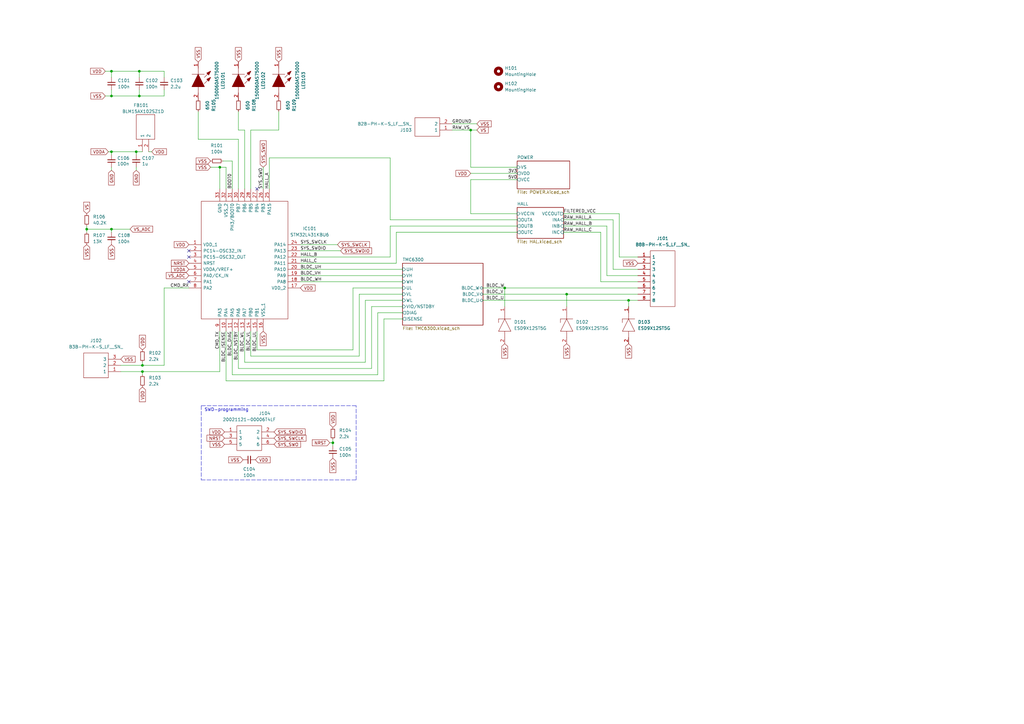
<source format=kicad_sch>
(kicad_sch (version 20211123) (generator eeschema)
  (paper "A3")
  (lib_symbols
    (symbol "Device:C_Small" (pin_numbers hide) (pin_names (offset 0.254) hide)
      (property "Reference" "C" (at 0.254 1.778 0))
      (property "Value" "C_Small" (at 0.254 -2.032 0))
      (symbol "C_Small_0_1"
        (polyline (pts (xy -1.524 -0.508) (xy 1.524 -0.508)) (stroke (width 0.3302)))
        (polyline (pts (xy -1.524 0.508) (xy 1.524 0.508)) (stroke (width 0.3048)))
      )
      (symbol "C_Small_1_1"
        (pin passive line (at 0 2.54 270) (length 2.032) (name "~") (number "1"))
        (pin passive line (at 0 -2.54 90) (length 2.032) (name "~") (number "2"))
      )
    )
    (symbol "Device:R_Small" (pin_numbers hide) (pin_names (offset 0.254) hide)
      (property "Reference" "R" (at 0.762 0.508 0))
      (property "Value" "R_Small" (at 0.762 -1.016 0))
      (symbol "R_Small_0_1"
        (rectangle (start -0.762 1.778) (end 0.762 -1.778) (stroke (width 0.2032)))
      )
      (symbol "R_Small_1_1"
        (pin passive line (at 0 2.54 270) (length 0.762) (name "~") (number "1"))
        (pin passive line (at 0 -2.54 90) (length 0.762) (name "~") (number "2"))
      )
    )
    (symbol "Mechanical:MountingHole" (pin_names (offset 1.016))
      (property "Reference" "H" (at 0 5.08 0))
      (property "Value" "MountingHole" (at 0 3.175 0))
      (symbol "MountingHole_0_1"
        (circle (center 0 0) (radius 1.27) (stroke (width 1.27)))
      )
    )
    (symbol "SamacSys_Parts:150060AS75000" (pin_names (offset 0.762))
      (property "Reference" "LED" (at 12.7 8.89 0))
      (property "Value" "150060AS75000" (at 12.7 6.35 0))
      (symbol "150060AS75000_0_0"
        (pin passive line (at 0 0 0) (length 2.54) (name "~") (number "1"))
        (pin passive line (at 15.24 0 180) (length 2.54) (name "~") (number "2"))
      )
      (symbol "150060AS75000_0_1"
        (polyline (pts (xy 2.54 0) (xy 5.08 0)) (stroke (width 0.1524)))
        (polyline (pts (xy 5.08 2.54) (xy 5.08 -2.54)) (stroke (width 0.1524)))
        (polyline (pts (xy 6.35 2.54) (xy 3.81 5.08)) (stroke (width 0.1524)))
        (polyline (pts (xy 8.89 2.54) (xy 6.35 5.08)) (stroke (width 0.1524)))
        (polyline (pts (xy 10.16 0) (xy 12.7 0)) (stroke (width 0.1524)))
        (polyline (pts (xy 5.08 0) (xy 10.16 2.54) (xy 10.16 -2.54) (xy 5.08 0)) (stroke (width 0.254)) (fill (type outline)))
        (polyline (pts (xy 5.334 4.318) (xy 4.572 3.556) (xy 3.81 5.08) (xy 5.334 4.318)) (stroke (width 0.254)) (fill (type outline)))
        (polyline (pts (xy 7.874 4.318) (xy 7.112 3.556) (xy 6.35 5.08) (xy 7.874 4.318)) (stroke (width 0.254)) (fill (type outline)))
      )
    )
    (symbol "SamacSys_Parts:20021121-00006T4LF" (pin_names (offset 0.762))
      (property "Reference" "J" (at 16.51 7.62 0))
      (property "Value" "20021121-00006T4LF" (at 16.51 5.08 0))
      (symbol "20021121-00006T4LF_0_0"
        (pin passive line (at 0 0 0) (length 5.08) (name "1") (number "1"))
        (pin passive line (at 20.32 0 180) (length 5.08) (name "2") (number "2"))
        (pin passive line (at 0 -2.54 0) (length 5.08) (name "3") (number "3"))
        (pin passive line (at 20.32 -2.54 180) (length 5.08) (name "4") (number "4"))
        (pin passive line (at 0 -5.08 0) (length 5.08) (name "5") (number "5"))
        (pin passive line (at 20.32 -5.08 180) (length 5.08) (name "6") (number "6"))
      )
      (symbol "20021121-00006T4LF_0_1"
        (polyline (pts (xy 5.08 2.54) (xy 15.24 2.54) (xy 15.24 -7.62) (xy 5.08 -7.62) (xy 5.08 2.54)) (stroke (width 0.1524)))
      )
    )
    (symbol "SamacSys_Parts:B2B-PH-K-S_LF__SN_" (pin_names (offset 0.762))
      (property "Reference" "J" (at 16.51 7.62 0))
      (property "Value" "B2B-PH-K-S_LF__SN_" (at 16.51 5.08 0))
      (symbol "B2B-PH-K-S_LF__SN__0_0"
        (pin passive line (at 0 0 0) (length 5.08) (name "1") (number "1"))
        (pin passive line (at 0 -2.54 0) (length 5.08) (name "2") (number "2"))
      )
      (symbol "B2B-PH-K-S_LF__SN__0_1"
        (polyline (pts (xy 5.08 2.54) (xy 15.24 2.54) (xy 15.24 -5.08) (xy 5.08 -5.08) (xy 5.08 2.54)) (stroke (width 0.1524)))
      )
    )
    (symbol "SamacSys_Parts:B3B-PH-K-S_LF__SN_" (pin_names (offset 0.762))
      (property "Reference" "J" (at 16.51 7.62 0))
      (property "Value" "B3B-PH-K-S_LF__SN_" (at 16.51 5.08 0))
      (symbol "B3B-PH-K-S_LF__SN__0_0"
        (pin passive line (at 0 0 0) (length 5.08) (name "1") (number "1"))
        (pin passive line (at 0 -2.54 0) (length 5.08) (name "2") (number "2"))
        (pin passive line (at 0 -5.08 0) (length 5.08) (name "3") (number "3"))
      )
      (symbol "B3B-PH-K-S_LF__SN__0_1"
        (polyline (pts (xy 5.08 2.54) (xy 15.24 2.54) (xy 15.24 -7.62) (xy 5.08 -7.62) (xy 5.08 2.54)) (stroke (width 0.1524)))
      )
    )
    (symbol "SamacSys_Parts:B8B-PH-K-S_LF__SN_" (pin_names (offset 0.762))
      (property "Reference" "J" (at 16.51 7.62 0))
      (property "Value" "B8B-PH-K-S_LF__SN_" (at 16.51 5.08 0))
      (symbol "B8B-PH-K-S_LF__SN__0_0"
        (pin passive line (at 0 -17.78 0) (length 5.08) (name "1") (number "1"))
        (pin passive line (at 0 -15.24 0) (length 5.08) (name "2") (number "2"))
        (pin passive line (at 0 -12.7 0) (length 5.08) (name "3") (number "3"))
        (pin passive line (at 0 -10.16 0) (length 5.08) (name "4") (number "4"))
        (pin passive line (at 0 -7.62 0) (length 5.08) (name "5") (number "5"))
        (pin passive line (at 0 -5.08 0) (length 5.08) (name "6") (number "6"))
        (pin passive line (at 0 -2.54 0) (length 5.08) (name "7") (number "7"))
        (pin passive line (at 0 0 0) (length 5.08) (name "8") (number "8"))
      )
      (symbol "B8B-PH-K-S_LF__SN__0_1"
        (polyline (pts (xy 5.08 2.54) (xy 15.24 2.54) (xy 15.24 -20.32) (xy 5.08 -20.32) (xy 5.08 2.54)) (stroke (width 0.1524)))
      )
    )
    (symbol "SamacSys_Parts:BLM15AX102SZ1D" (pin_names (offset 0.762))
      (property "Reference" "FB" (at 16.51 7.62 0))
      (property "Value" "BLM15AX102SZ1D" (at 16.51 5.08 0))
      (symbol "BLM15AX102SZ1D_0_0"
        (pin passive line (at 0 0 0) (length 5.08) (name "1") (number "1"))
        (pin passive line (at 0 -2.54 0) (length 5.08) (name "2") (number "2"))
      )
      (symbol "BLM15AX102SZ1D_0_1"
        (polyline (pts (xy 5.08 2.54) (xy 15.24 2.54) (xy 15.24 -5.08) (xy 5.08 -5.08) (xy 5.08 2.54)) (stroke (width 0.1524)))
      )
    )
    (symbol "SamacSys_Parts:ESD9X12ST5G" (pin_names (offset 0.762))
      (property "Reference" "D" (at 10.16 8.89 0))
      (property "Value" "ESD9X12ST5G" (at 10.16 6.35 0))
      (symbol "ESD9X12ST5G_0_0"
        (pin passive line (at 0 0 0) (length 2.54) (name "~") (number "1"))
        (pin passive line (at 15.24 0 180) (length 2.54) (name "~") (number "2"))
      )
      (symbol "ESD9X12ST5G_0_1"
        (polyline (pts (xy 2.54 0) (xy 5.08 0)) (stroke (width 0.1524)))
        (polyline (pts (xy 5.08 -2.54) (xy 6.604 -2.54)) (stroke (width 0.1524)))
        (polyline (pts (xy 5.08 2.54) (xy 5.08 -2.54)) (stroke (width 0.1524)))
        (polyline (pts (xy 12.7 0) (xy 10.16 0)) (stroke (width 0.1524)))
        (polyline (pts (xy 5.08 0) (xy 10.16 2.54) (xy 10.16 -2.54) (xy 5.08 0)) (stroke (width 0.1524)))
      )
    )
    (symbol "SamacSys_Parts:STM32L431KBU6" (pin_names (offset 0.762))
      (property "Reference" "IC" (at 41.91 22.86 0))
      (property "Value" "STM32L431KBU6" (at 41.91 20.32 0))
      (symbol "STM32L431KBU6_0_0"
        (pin passive line (at 0 0 0) (length 5.08) (name "VDD_1") (number "1"))
        (pin passive line (at 15.24 -35.56 90) (length 5.08) (name "PA4") (number "10"))
        (pin passive line (at 17.78 -35.56 90) (length 5.08) (name "PA5") (number "11"))
        (pin passive line (at 20.32 -35.56 90) (length 5.08) (name "PA6") (number "12"))
        (pin passive line (at 22.86 -35.56 90) (length 5.08) (name "PA7") (number "13"))
        (pin passive line (at 25.4 -35.56 90) (length 5.08) (name "PB0") (number "14"))
        (pin passive line (at 27.94 -35.56 90) (length 5.08) (name "PB1") (number "15"))
        (pin passive line (at 30.48 -35.56 90) (length 5.08) (name "VSS_1") (number "16"))
        (pin passive line (at 45.72 -17.78 180) (length 5.08) (name "VDD_2") (number "17"))
        (pin passive line (at 45.72 -15.24 180) (length 5.08) (name "PA8") (number "18"))
        (pin passive line (at 45.72 -12.7 180) (length 5.08) (name "PA9") (number "19"))
        (pin passive line (at 0 -2.54 0) (length 5.08) (name "PC14-OSC32_IN") (number "2"))
        (pin passive line (at 45.72 -10.16 180) (length 5.08) (name "PA10") (number "20"))
        (pin passive line (at 45.72 -7.62 180) (length 5.08) (name "PA11") (number "21"))
        (pin passive line (at 45.72 -5.08 180) (length 5.08) (name "PA12") (number "22"))
        (pin passive line (at 45.72 -2.54 180) (length 5.08) (name "PA13") (number "23"))
        (pin passive line (at 45.72 0 180) (length 5.08) (name "PA14") (number "24"))
        (pin passive line (at 33.02 22.86 270) (length 5.08) (name "PA15") (number "25"))
        (pin passive line (at 30.48 22.86 270) (length 5.08) (name "PB3") (number "26"))
        (pin passive line (at 27.94 22.86 270) (length 5.08) (name "PB4") (number "27"))
        (pin passive line (at 25.4 22.86 270) (length 5.08) (name "PB5") (number "28"))
        (pin passive line (at 22.86 22.86 270) (length 5.08) (name "PB6") (number "29"))
        (pin passive line (at 0 -5.08 0) (length 5.08) (name "PC15-OSC32_OUT") (number "3"))
        (pin passive line (at 20.32 22.86 270) (length 5.08) (name "PB7") (number "30"))
        (pin passive line (at 17.78 22.86 270) (length 5.08) (name "PH3/BOOT0") (number "31"))
        (pin passive line (at 15.24 22.86 270) (length 5.08) (name "VSS_2") (number "32"))
        (pin passive line (at 12.7 22.86 270) (length 5.08) (name "GND") (number "33"))
        (pin passive line (at 0 -7.62 0) (length 5.08) (name "NRST") (number "4"))
        (pin passive line (at 0 -10.16 0) (length 5.08) (name "VDDA/VREF+") (number "5"))
        (pin passive line (at 0 -12.7 0) (length 5.08) (name "PA0/CK_IN") (number "6"))
        (pin passive line (at 0 -15.24 0) (length 5.08) (name "PA1") (number "7"))
        (pin passive line (at 0 -17.78 0) (length 5.08) (name "PA2") (number "8"))
        (pin passive line (at 12.7 -35.56 90) (length 5.08) (name "PA3") (number "9"))
      )
      (symbol "STM32L431KBU6_0_1"
        (polyline (pts (xy 5.08 17.78) (xy 40.64 17.78) (xy 40.64 -30.48) (xy 5.08 -30.48) (xy 5.08 17.78)) (stroke (width 0.1524)))
      )
    )
  )
  (junction (at 35.56 93.98))
  (junction (at 55.88 62.23))
  (junction (at 136.525 181.61))
  (junction (at 58.42 152.4))
  (junction (at 45.72 29.21))
  (junction (at 207.01 118.11))
  (junction (at 193.04 53.34))
  (junction (at 45.72 93.98))
  (junction (at 57.15 39.37))
  (junction (at 57.15 29.21))
  (junction (at 232.41 120.65))
  (junction (at 45.72 62.23))
  (junction (at 257.81 123.19))
  (junction (at 90.17 68.58))
  (junction (at 45.72 39.37))
  (junction (at 58.42 149.86))
  (no_connect (at 77.47 102.87))
  (no_connect (at 105.41 77.47))
  (no_connect (at 77.47 105.41))
  (no_connect (at 77.47 115.57))
  (wire (pts (xy 157.48 156.21) (xy 92.71 156.21)))
  (wire (pts (xy 97.79 57.15) (xy 81.28 57.15)))
  (wire (pts (xy 165.1 128.27) (xy 154.94 128.27)))
  (wire (pts (xy 261.62 110.49) (xy 251.46 110.49)))
  (wire (pts (xy 212.09 90.17) (xy 160.02 90.17)))
  (wire (pts (xy 55.88 69.85) (xy 55.88 68.58)))
  (wire (pts (xy 97.79 77.47) (xy 97.79 57.15)))
  (wire (pts (xy 139.7 102.87) (xy 123.19 102.87)))
  (wire (pts (xy 232.41 120.65) (xy 232.41 125.73)))
  (wire (pts (xy 91.44 66.04) (xy 95.25 66.04)))
  (wire (pts (xy 136.525 180.34) (xy 136.525 181.61)))
  (wire (pts (xy 60.96 62.23) (xy 62.23 62.23)))
  (wire (pts (xy 90.17 68.58) (xy 86.36 68.58)))
  (wire (pts (xy 154.94 153.67) (xy 95.25 153.67)))
  (wire (pts (xy 45.72 29.21) (xy 57.15 29.21)))
  (wire (pts (xy 43.18 39.37) (xy 45.72 39.37)))
  (wire (pts (xy 123.19 113.03) (xy 165.1 113.03)))
  (wire (pts (xy 67.31 29.21) (xy 57.15 29.21)))
  (wire (pts (xy 261.62 118.11) (xy 207.01 118.11)))
  (wire (pts (xy 246.38 115.57) (xy 246.38 95.25)))
  (wire (pts (xy 45.72 69.85) (xy 45.72 68.58)))
  (wire (pts (xy 246.38 95.25) (xy 231.14 95.25)))
  (wire (pts (xy 44.45 62.23) (xy 45.72 62.23)))
  (polyline (pts (xy 146.05 166.37) (xy 82.55 166.37)))
  (wire (pts (xy 160.02 64.77) (xy 110.49 64.77)))
  (wire (pts (xy 147.32 120.65) (xy 147.32 146.05)))
  (wire (pts (xy 152.4 125.73) (xy 152.4 151.13)))
  (wire (pts (xy 149.86 148.59) (xy 100.33 148.59)))
  (wire (pts (xy 90.17 152.4) (xy 58.42 152.4)))
  (wire (pts (xy 193.04 68.58) (xy 212.09 68.58)))
  (wire (pts (xy 123.19 105.41) (xy 160.02 105.41)))
  (wire (pts (xy 160.02 90.17) (xy 160.02 64.77)))
  (wire (pts (xy 58.42 152.4) (xy 49.53 152.4)))
  (wire (pts (xy 105.41 135.89) (xy 105.41 143.51)))
  (wire (pts (xy 136.525 181.61) (xy 136.525 182.88)))
  (wire (pts (xy 144.78 143.51) (xy 144.78 118.11)))
  (wire (pts (xy 55.88 62.23) (xy 58.42 62.23)))
  (wire (pts (xy 261.62 115.57) (xy 246.38 115.57)))
  (wire (pts (xy 102.87 53.34) (xy 114.3 53.34)))
  (wire (pts (xy 165.1 125.73) (xy 152.4 125.73)))
  (wire (pts (xy 55.88 63.5) (xy 55.88 62.23)))
  (wire (pts (xy 100.33 53.34) (xy 97.79 53.34)))
  (wire (pts (xy 123.19 115.57) (xy 165.1 115.57)))
  (wire (pts (xy 152.4 151.13) (xy 97.79 151.13)))
  (wire (pts (xy 67.31 149.86) (xy 58.42 149.86)))
  (wire (pts (xy 105.41 143.51) (xy 144.78 143.51)))
  (wire (pts (xy 92.71 68.58) (xy 90.17 68.58)))
  (wire (pts (xy 162.56 107.95) (xy 162.56 95.25)))
  (wire (pts (xy 157.48 130.81) (xy 157.48 156.21)))
  (wire (pts (xy 207.01 118.11) (xy 207.01 125.73)))
  (polyline (pts (xy 82.55 196.85) (xy 146.05 196.85)))
  (wire (pts (xy 198.12 118.11) (xy 207.01 118.11)))
  (wire (pts (xy 195.58 50.8) (xy 185.42 50.8)))
  (wire (pts (xy 261.62 105.41) (xy 254 105.41)))
  (wire (pts (xy 97.79 151.13) (xy 97.79 135.89)))
  (wire (pts (xy 45.72 93.98) (xy 45.72 95.25)))
  (wire (pts (xy 81.28 45.72) (xy 81.28 57.15)))
  (wire (pts (xy 261.62 123.19) (xy 257.81 123.19)))
  (wire (pts (xy 261.62 113.03) (xy 248.92 113.03)))
  (wire (pts (xy 45.72 63.5) (xy 45.72 62.23)))
  (wire (pts (xy 165.1 130.81) (xy 157.48 130.81)))
  (wire (pts (xy 95.25 66.04) (xy 95.25 77.47)))
  (wire (pts (xy 144.78 118.11) (xy 165.1 118.11)))
  (wire (pts (xy 193.04 73.66) (xy 193.04 87.63)))
  (wire (pts (xy 149.86 123.19) (xy 149.86 148.59)))
  (wire (pts (xy 162.56 95.25) (xy 212.09 95.25)))
  (wire (pts (xy 154.94 128.27) (xy 154.94 153.67)))
  (wire (pts (xy 35.56 93.98) (xy 45.72 93.98)))
  (wire (pts (xy 58.42 152.4) (xy 58.42 153.67)))
  (wire (pts (xy 212.09 73.66) (xy 193.04 73.66)))
  (wire (pts (xy 102.87 77.47) (xy 102.87 53.34)))
  (wire (pts (xy 193.04 71.12) (xy 212.09 71.12)))
  (wire (pts (xy 45.72 93.98) (xy 53.34 93.98)))
  (wire (pts (xy 67.31 118.11) (xy 67.31 149.86)))
  (wire (pts (xy 45.72 62.23) (xy 55.88 62.23)))
  (wire (pts (xy 257.81 123.19) (xy 257.81 125.73)))
  (wire (pts (xy 110.49 64.77) (xy 110.49 77.47)))
  (wire (pts (xy 107.95 68.58) (xy 107.95 77.47)))
  (wire (pts (xy 160.02 92.71) (xy 212.09 92.71)))
  (wire (pts (xy 193.04 87.63) (xy 212.09 87.63)))
  (wire (pts (xy 95.25 153.67) (xy 95.25 135.89)))
  (polyline (pts (xy 82.55 166.37) (xy 82.55 196.85)))
  (wire (pts (xy 254 105.41) (xy 254 87.63)))
  (wire (pts (xy 251.46 110.49) (xy 251.46 90.17)))
  (wire (pts (xy 193.04 53.34) (xy 193.04 68.58)))
  (wire (pts (xy 160.02 105.41) (xy 160.02 92.71)))
  (wire (pts (xy 138.43 100.33) (xy 123.19 100.33)))
  (wire (pts (xy 100.33 148.59) (xy 100.33 135.89)))
  (wire (pts (xy 67.31 36.83) (xy 67.31 39.37)))
  (wire (pts (xy 57.15 39.37) (xy 57.15 36.83)))
  (wire (pts (xy 135.255 181.61) (xy 136.525 181.61)))
  (wire (pts (xy 185.42 53.34) (xy 193.04 53.34)))
  (wire (pts (xy 100.33 77.47) (xy 100.33 53.34)))
  (wire (pts (xy 123.19 110.49) (xy 165.1 110.49)))
  (wire (pts (xy 248.92 113.03) (xy 248.92 92.71)))
  (wire (pts (xy 165.1 123.19) (xy 149.86 123.19)))
  (wire (pts (xy 97.79 53.34) (xy 97.79 45.72)))
  (polyline (pts (xy 146.05 196.85) (xy 146.05 166.37)))
  (wire (pts (xy 147.32 146.05) (xy 102.87 146.05)))
  (wire (pts (xy 67.31 39.37) (xy 57.15 39.37)))
  (wire (pts (xy 198.12 120.65) (xy 232.41 120.65)))
  (wire (pts (xy 102.87 146.05) (xy 102.87 135.89)))
  (wire (pts (xy 58.42 149.86) (xy 49.53 149.86)))
  (wire (pts (xy 57.15 29.21) (xy 57.15 31.75)))
  (wire (pts (xy 45.72 39.37) (xy 57.15 39.37)))
  (wire (pts (xy 45.72 31.75) (xy 45.72 29.21)))
  (wire (pts (xy 251.46 90.17) (xy 231.14 90.17)))
  (wire (pts (xy 198.12 123.19) (xy 257.81 123.19)))
  (wire (pts (xy 67.31 118.11) (xy 77.47 118.11)))
  (wire (pts (xy 43.18 29.21) (xy 45.72 29.21)))
  (wire (pts (xy 248.92 92.71) (xy 231.14 92.71)))
  (wire (pts (xy 114.3 53.34) (xy 114.3 45.72)))
  (wire (pts (xy 90.17 135.89) (xy 90.17 152.4)))
  (wire (pts (xy 92.71 77.47) (xy 92.71 68.58)))
  (wire (pts (xy 35.56 93.98) (xy 35.56 95.25)))
  (wire (pts (xy 58.42 148.59) (xy 58.42 149.86)))
  (wire (pts (xy 35.56 92.71) (xy 35.56 93.98)))
  (wire (pts (xy 67.31 31.75) (xy 67.31 29.21)))
  (wire (pts (xy 92.71 156.21) (xy 92.71 135.89)))
  (wire (pts (xy 90.17 68.58) (xy 90.17 77.47)))
  (wire (pts (xy 45.72 36.83) (xy 45.72 39.37)))
  (wire (pts (xy 193.04 53.34) (xy 195.58 53.34)))
  (wire (pts (xy 165.1 120.65) (xy 147.32 120.65)))
  (wire (pts (xy 254 87.63) (xy 231.14 87.63)))
  (wire (pts (xy 123.19 107.95) (xy 162.56 107.95)))
  (wire (pts (xy 232.41 120.65) (xy 261.62 120.65)))
  (text "SWD-programming" (at 83.82 168.91 0) (effects (font (size 1.27 1.27)) (justify left bottom)))
  (label "FILTERED_VCC" (at 231.14 87.63 0))
  (label "BOOT0" (at 95.25 77.47 90))
  (label "RAW_HALL_C" (at 231.14 95.25 0))
  (label "BLDC_DIAG" (at 95.25 135.89 270))
  (label "HALL_B" (at 123.19 105.41 0))
  (label "HALL_A" (at 110.49 77.47 90))
  (label "BLDC_UH" (at 123.19 110.49 0))
  (label "3V3" (at 212.09 71.12 180))
  (label "BLDC_UL" (at 105.41 135.89 270))
  (label "RAW_VS" (at 185.42 53.34 0))
  (label "5V0" (at 212.09 73.66 180))
  (label "BLDC_U" (at 199.39 123.19 0))
  (label "HALL_C" (at 123.19 107.95 0))
  (label "BLDC_NSTBY" (at 97.79 135.89 270))
  (label "BLDC_VH" (at 123.19 113.03 0))
  (label "BLDC_WL" (at 100.33 135.89 270))
  (label "BLDC_ISENSE" (at 92.71 135.89 270))
  (label "BLDC_WH" (at 123.19 115.57 0))
  (label "RAW_HALL_B" (at 231.14 92.71 0))
  (label "BLDC_VL" (at 102.87 135.89 270))
  (label "GROUND" (at 185.42 50.8 0))
  (label "BLDC_W" (at 199.39 118.11 0))
  (label "SYS_SWO" (at 107.95 77.47 90))
  (label "RAW_HALL_A" (at 231.14 90.17 0))
  (label "SYS_SWCLK" (at 123.19 100.33 0))
  (label "CMD_RX" (at 77.47 118.11 180))
  (label "SYS_SWDIO" (at 123.19 102.87 0))
  (label "BLDC_V" (at 199.39 120.65 0))
  (label "CMD_TX" (at 90.17 135.89 270))
  (global_label "VSS" (shape input) (at 81.28 25.4 90) (property "Intersheet References" "${INTERSHEET_REFS}" (effects hide)))
  (global_label "VSS" (shape input) (at 43.18 39.37 180) (property "Intersheet References" "${INTERSHEET_REFS}" (effects hide)))
  (global_label "VDD" (shape input) (at 123.19 118.11 0) (property "Intersheet References" "${INTERSHEET_REFS}" (effects hide)))
  (global_label "VDDA" (shape input) (at 44.45 62.23 180) (property "Intersheet References" "${INTERSHEET_REFS}" (effects hide)))
  (global_label "VSS" (shape input) (at 86.36 66.04 180) (property "Intersheet References" "${INTERSHEET_REFS}" (effects hide)))
  (global_label "NRST" (shape input) (at 135.255 181.61 180) (property "Intersheet References" "${INTERSHEET_REFS}" (effects hide)))
  (global_label "VSS" (shape input) (at 114.3 25.4 90) (property "Intersheet References" "${INTERSHEET_REFS}" (effects hide)))
  (global_label "VSS" (shape input) (at 107.95 135.89 270) (property "Intersheet References" "${INTERSHEET_REFS}" (effects hide)))
  (global_label "VSS" (shape input) (at 86.36 68.58 180) (property "Intersheet References" "${INTERSHEET_REFS}" (effects hide)))
  (global_label "VDD" (shape input) (at 77.47 100.33 180) (property "Intersheet References" "${INTERSHEET_REFS}" (effects hide)))
  (global_label "VDD" (shape input) (at 62.23 62.23 0) (property "Intersheet References" "${INTERSHEET_REFS}" (effects hide)))
  (global_label "VS_ADC" (shape input) (at 77.47 113.03 180) (property "Intersheet References" "${INTERSHEET_REFS}" (effects hide)))
  (global_label "VDD" (shape input) (at 58.42 143.51 90) (property "Intersheet References" "${INTERSHEET_REFS}" (effects hide)))
  (global_label "VSS" (shape input) (at 92.075 182.245 180) (property "Intersheet References" "${INTERSHEET_REFS}" (effects hide)))
  (global_label "GND" (shape input) (at 45.72 69.85 270) (effects (font (size 1.2192 1.2192))) (property "Intersheet References" "${INTERSHEET_REFS}" (effects hide)))
  (global_label "VDD" (shape input) (at 92.075 177.165 180) (property "Intersheet References" "${INTERSHEET_REFS}" (effects hide)))
  (global_label "GND" (shape input) (at 55.88 69.85 270) (effects (font (size 1.2192 1.2192))) (property "Intersheet References" "${INTERSHEET_REFS}" (effects hide)))
  (global_label "VSS" (shape input) (at 195.58 50.8 0) (property "Intersheet References" "${INTERSHEET_REFS}" (effects hide)))
  (global_label "SYS_SWO" (shape input) (at 107.95 68.58 90) (property "Intersheet References" "${INTERSHEET_REFS}" (effects hide)))
  (global_label "VDD" (shape input) (at 193.04 71.12 180) (property "Intersheet References" "${INTERSHEET_REFS}" (effects hide)))
  (global_label "SYS_SWCLK" (shape input) (at 112.395 179.705 0) (property "Intersheet References" "${INTERSHEET_REFS}" (effects hide)))
  (global_label "NRST" (shape input) (at 77.47 107.95 180) (property "Intersheet References" "${INTERSHEET_REFS}" (effects hide)))
  (global_label "VDD" (shape input) (at 136.525 175.26 90) (property "Intersheet References" "${INTERSHEET_REFS}" (effects hide)))
  (global_label "VS" (shape input) (at 195.58 53.34 0) (property "Intersheet References" "${INTERSHEET_REFS}" (effects hide)))
  (global_label "SYS_SWO" (shape input) (at 112.395 182.245 0) (property "Intersheet References" "${INTERSHEET_REFS}" (effects hide)))
  (global_label "NRST" (shape input) (at 92.075 179.705 180) (property "Intersheet References" "${INTERSHEET_REFS}" (effects hide)))
  (global_label "VSS" (shape input) (at 45.72 100.33 270) (property "Intersheet References" "${INTERSHEET_REFS}" (effects hide)))
  (global_label "VSS" (shape input) (at 49.53 147.32 0) (property "Intersheet References" "${INTERSHEET_REFS}" (effects hide)))
  (global_label "VSS" (shape input) (at 257.81 140.97 270) (property "Intersheet References" "${INTERSHEET_REFS}" (effects hide)))
  (global_label "SYS_SWDIO" (shape input) (at 139.7 102.87 0) (property "Intersheet References" "${INTERSHEET_REFS}" (effects hide)))
  (global_label "VDD" (shape input) (at 58.42 158.75 270) (property "Intersheet References" "${INTERSHEET_REFS}" (effects hide)))
  (global_label "VDDA" (shape input) (at 77.47 110.49 180) (property "Intersheet References" "${INTERSHEET_REFS}" (effects hide)))
  (global_label "VSS" (shape input) (at 207.01 140.97 270) (property "Intersheet References" "${INTERSHEET_REFS}" (effects hide)))
  (global_label "SYS_SWCLK" (shape input) (at 138.43 100.33 0) (property "Intersheet References" "${INTERSHEET_REFS}" (effects hide)))
  (global_label "VSS" (shape input) (at 99.695 188.595 180) (property "Intersheet References" "${INTERSHEET_REFS}" (effects hide)))
  (global_label "VS" (shape input) (at 35.56 87.63 90) (property "Intersheet References" "${INTERSHEET_REFS}" (effects hide)))
  (global_label "VS_ADC" (shape input) (at 53.34 93.98 0) (property "Intersheet References" "${INTERSHEET_REFS}" (effects hide)))
  (global_label "VSS" (shape input) (at 97.79 25.4 90) (property "Intersheet References" "${INTERSHEET_REFS}" (effects hide)))
  (global_label "VSS" (shape input) (at 136.525 187.96 270) (property "Intersheet References" "${INTERSHEET_REFS}" (effects hide)))
  (global_label "VSS" (shape input) (at 35.56 100.33 270) (property "Intersheet References" "${INTERSHEET_REFS}" (effects hide)))
  (global_label "SYS_SWDIO" (shape input) (at 112.395 177.165 0) (property "Intersheet References" "${INTERSHEET_REFS}" (effects hide)))
  (global_label "VDD" (shape input) (at 43.18 29.21 180) (property "Intersheet References" "${INTERSHEET_REFS}" (effects hide)))
  (global_label "VSS" (shape input) (at 232.41 140.97 270) (property "Intersheet References" "${INTERSHEET_REFS}" (effects hide)))
  (global_label "VDD" (shape input) (at 104.775 188.595 0) (property "Intersheet References" "${INTERSHEET_REFS}" (effects hide)))
  (global_label "VSS" (shape input) (at 261.62 107.95 180) (property "Intersheet References" "${INTERSHEET_REFS}" (effects hide)))
  (symbol (lib_id "Device:C_Small") (at 57.15 34.29 0) (unit 1)
    (property "Reference" "C102" (at 59.69 33.0262 0) (effects (justify left)))
    (property "Value" "100n" (at 59.69 35.5662 0) (effects (justify left)))
    (property "Footprint" "Capacitor_SMD:C_0402_1005Metric" (effects hide))
  )
  (symbol (lib_id "SamacSys_Parts:150060AS75000") (at 97.79 25.4 270) (unit 1)
    (property "Reference" "LED102" (at 107.95 33.02 0))
    (property "Value" "150060AS75000" (at 105.41 33.02 0))
    (property "Footprint" "SamacSys_Parts:LEDC1608X80N" (effects hide))
    (property "Datasheet" "https://componentsearchengine.com/Datasheets/2/150060AS75000.pdf" (effects hide))
    (property "Description" "2.4 V Amber LED 1608 (0603)  SMD, Wurth Elektronik WL-SMCW 150060AS75000" (effects hide))
    (property "Height" "0.8" (effects hide))
    (property "Mouser Part Number" "710-150060AS75000" (effects hide))
    (property "Mouser Price/Stock" "https://www.mouser.co.uk/ProductDetail/Wurth-Elektronik/150060AS75000?qs=d0WKAl%252BL4KbvMBYryeof0Q%3D%3D" (effects hide))
    (property "Manufacturer_Name" "Wurth Elektronik" (effects hide))
    (property "Manufacturer_Part_Number" "150060AS75000" (effects hide))
  )
  (symbol (lib_id "Mechanical:MountingHole") (at 204.47 29.21 0) (unit 1)
    (property "Reference" "H101" (at 207.01 27.9399 0) (effects (justify left)))
    (property "Value" "MountingHole" (at 207.01 30.4799 0) (effects (justify left)))
    (property "Footprint" "MountingHole:MountingHole_3.2mm_M3" (effects hide))
  )
  (symbol (lib_id "Device:R_Small") (at 58.42 146.05 180) (unit 1)
    (property "Reference" "R102" (at 60.96 144.7799 0) (effects (justify right)))
    (property "Value" "2.2k" (at 60.96 147.3199 0) (effects (justify right)))
    (property "Footprint" "Resistor_SMD:R_0402_1005Metric" (effects hide))
  )
  (symbol (lib_id "Device:R_Small") (at 114.3 43.18 0) (unit 1)
    (property "Reference" "R109" (at 120.65 43.18 90))
    (property "Value" "650" (at 118.11 43.18 90))
    (property "Footprint" "Resistor_SMD:R_0402_1005Metric" (effects hide))
  )
  (symbol (lib_id "Device:C_Small") (at 45.72 97.79 0) (unit 1)
    (property "Reference" "C108" (at 48.26 96.5262 0) (effects (justify left)))
    (property "Value" "100n" (at 48.26 99.0662 0) (effects (justify left)))
    (property "Footprint" "Capacitor_SMD:C_0402_1005Metric" (effects hide))
  )
  (symbol (lib_id "Mechanical:MountingHole") (at 204.47 35.56 0) (unit 1)
    (property "Reference" "H102" (at 207.01 34.2899 0) (effects (justify left)))
    (property "Value" "MountingHole" (at 207.01 36.8299 0) (effects (justify left)))
    (property "Footprint" "MountingHole:MountingHole_3.2mm_M3" (effects hide))
  )
  (symbol (lib_id "Device:C_Small") (at 102.235 188.595 90) (unit 1)
    (property "Reference" "C104" (at 102.2413 192.405 90))
    (property "Value" "100n" (at 102.2413 194.945 90))
    (property "Footprint" "Capacitor_SMD:C_0402_1005Metric" (effects hide))
  )
  (symbol (lib_id "Device:R_Small") (at 35.56 90.17 180) (unit 1)
    (property "Reference" "R106" (at 38.1 88.8999 0) (effects (justify right)))
    (property "Value" "40.2K" (at 38.1 91.4399 0) (effects (justify right)))
    (property "Footprint" "Resistor_SMD:R_0402_1005Metric" (effects hide))
  )
  (symbol (lib_id "SamacSys_Parts:B3B-PH-K-S_LF__SN_") (at 49.53 152.4 180) (unit 1)
    (property "Reference" "J102" (at 39.37 139.7 0))
    (property "Value" "B3B-PH-K-S_LF__SN_" (at 39.37 142.24 0))
    (property "Footprint" "SamacSys_Parts:SHDR3W50P0X200_1X3_790X450X600P" (effects hide))
    (property "Datasheet" "http://www.jst-mfg.com/product/pdf/eng/ePH.pdf" (effects hide))
    (property "Description" "WIRE-BOARD CONNECTOR, HEADER, 3 POSITION, 2MM; Pitch Spacing:2mm; No. of Contacts:3Contacts; Gender:Header; Product Range:PH Series; Contact Termination Type:Crimp; No. of Rows:1Rows; Contact Plating:Tin Plated Contacts RoHS Compliant: Yes" (effects hide))
    (property "Height" "6" (effects hide))
    (property "Manufacturer_Name" "JST (JAPAN SOLDERLESS TERMINALS)" (effects hide))
    (property "Manufacturer_Part_Number" "B3B-PH-K-S(LF)(SN)" (effects hide))
  )
  (symbol (lib_id "SamacSys_Parts:150060AS75000") (at 114.3 25.4 270) (unit 1)
    (property "Reference" "LED103" (at 124.46 33.02 0))
    (property "Value" "150060AS75000" (at 121.92 33.02 0))
    (property "Footprint" "SamacSys_Parts:LEDC1608X80N" (effects hide))
    (property "Datasheet" "https://componentsearchengine.com/Datasheets/2/150060AS75000.pdf" (effects hide))
    (property "Description" "2.4 V Amber LED 1608 (0603)  SMD, Wurth Elektronik WL-SMCW 150060AS75000" (effects hide))
    (property "Height" "0.8" (effects hide))
    (property "Mouser Part Number" "710-150060AS75000" (effects hide))
    (property "Mouser Price/Stock" "https://www.mouser.co.uk/ProductDetail/Wurth-Elektronik/150060AS75000?qs=d0WKAl%252BL4KbvMBYryeof0Q%3D%3D" (effects hide))
    (property "Manufacturer_Name" "Wurth Elektronik" (effects hide))
    (property "Manufacturer_Part_Number" "150060AS75000" (effects hide))
  )
  (symbol (lib_id "SamacSys_Parts:B2B-PH-K-S_LF__SN_") (at 185.42 53.34 180) (unit 1)
    (property "Reference" "J103" (at 168.91 53.3401 0) (effects (justify left)))
    (property "Value" "B2B-PH-K-S_LF__SN_" (at 168.91 50.8001 0) (effects (justify left)))
    (property "Footprint" "SamacSys_Parts:SHDR2W50P0X200_1X2_590X450X600P" (effects hide))
    (property "Datasheet" "https://datasheet.lcsc.com/szlcsc/JST-Sales-America-B2B-PH-K-S-LF-SN_C131337.pdf" (effects hide))
    (property "Description" "Conn Shrouded Header HDR 2 POS 2mm Solder ST Thru-Hole Box" (effects hide))
    (property "Height" "6" (effects hide))
    (property "Manufacturer_Name" "JST (JAPAN SOLDERLESS TERMINALS)" (effects hide))
    (property "Manufacturer_Part_Number" "B2B-PH-K-S(LF)(SN)" (effects hide))
  )
  (symbol (lib_id "SamacSys_Parts:ESD9X12ST5G") (at 207.01 125.73 270) (unit 1)
    (property "Reference" "D101" (at 210.82 132.0799 90) (effects (justify left)))
    (property "Value" "ESD9X12ST5G" (at 210.82 134.6199 90) (effects (justify left)))
    (property "Footprint" "SamacSys_Parts:SODFL1006X40N" (effects hide))
    (property "Datasheet" "https://www.onsemi.com/pub/Collateral/ESD9X3.3ST5G-D.PDF" (effects hide))
    (property "Description" "ESD Suppressors / TVS Diodes SOD-923 ESD PROT" (effects hide))
    (property "Height" "0.4" (effects hide))
    (property "Mouser Part Number" "863-ESD9X12ST5G" (effects hide))
    (property "Mouser Price/Stock" "https://www.mouser.co.uk/ProductDetail/onsemi/ESD9X12ST5G?qs=OSf9jACorvYeEtLjAfCdrQ%3D%3D" (effects hide))
    (property "Manufacturer_Name" "onsemi" (effects hide))
    (property "Manufacturer_Part_Number" "ESD9X12ST5G" (effects hide))
  )
  (symbol (lib_id "SamacSys_Parts:ESD9X12ST5G") (at 232.41 125.73 270) (unit 1)
    (property "Reference" "D102" (at 236.22 132.0799 90) (effects (justify left)))
    (property "Value" "ESD9X12ST5G" (at 236.22 134.6199 90) (effects (justify left)))
    (property "Footprint" "SamacSys_Parts:SODFL1006X40N" (effects hide))
    (property "Datasheet" "https://www.onsemi.com/pub/Collateral/ESD9X3.3ST5G-D.PDF" (effects hide))
    (property "Description" "ESD Suppressors / TVS Diodes SOD-923 ESD PROT" (effects hide))
    (property "Height" "0.4" (effects hide))
    (property "Mouser Part Number" "863-ESD9X12ST5G" (effects hide))
    (property "Mouser Price/Stock" "https://www.mouser.co.uk/ProductDetail/onsemi/ESD9X12ST5G?qs=OSf9jACorvYeEtLjAfCdrQ%3D%3D" (effects hide))
    (property "Manufacturer_Name" "onsemi" (effects hide))
    (property "Manufacturer_Part_Number" "ESD9X12ST5G" (effects hide))
  )
  (symbol (lib_id "SamacSys_Parts:STM32L431KBU6") (at 77.47 100.33 0) (unit 1)
    (property "Reference" "IC101" (at 127 93.7512 0))
    (property "Value" "STM32L431KBU6" (at 127 96.2912 0))
    (property "Footprint" "SamacSys_Parts:QFN50P500X500X60-33N-D" (effects hide))
    (property "Datasheet" "https://www.st.com/resource/en/datasheet/stm32l431kb.pdf" (effects hide))
    (property "Description" "ARM Microcontrollers - MCU 16/32-BITS MICROS" (effects hide))
    (property "Height" "0.6" (effects hide))
    (property "Mouser Part Number" "511-STM32L431KBU6" (effects hide))
    (property "Mouser Price/Stock" "https://www.mouser.co.uk/ProductDetail/STMicroelectronics/STM32L431KBU6?qs=U58vgkJzipSSkpDs8ltE9g%3D%3D" (effects hide))
    (property "Manufacturer_Name" "STMicroelectronics" (effects hide))
    (property "Manufacturer_Part_Number" "STM32L431KBU6" (effects hide))
  )
  (symbol (lib_id "Device:R_Small") (at 35.56 97.79 180) (unit 1)
    (property "Reference" "R107" (at 38.1 96.5199 0) (effects (justify right)))
    (property "Value" "13K" (at 38.1 99.0599 0) (effects (justify right)))
    (property "Footprint" "Resistor_SMD:R_0402_1005Metric" (effects hide))
  )
  (symbol (lib_id "Device:C_Small") (at 55.88 66.04 180) (unit 1)
    (property "Reference" "C107" (at 58.2168 64.8716 0) (effects (justify right)))
    (property "Value" "1u" (at 58.2168 67.183 0) (effects (justify right)))
    (property "Footprint" "Capacitor_SMD:C_0402_1005Metric" (effects hide))
  )
  (symbol (lib_id "Device:R_Small") (at 97.79 43.18 0) (unit 1)
    (property "Reference" "R108" (at 104.14 43.18 90))
    (property "Value" "650" (at 101.6 43.18 90))
    (property "Footprint" "Resistor_SMD:R_0402_1005Metric" (effects hide))
  )
  (symbol (lib_id "Device:C_Small") (at 67.31 34.29 0) (unit 1)
    (property "Reference" "C103" (at 69.85 33.0262 0) (effects (justify left)))
    (property "Value" "2.2u" (at 69.85 35.5662 0) (effects (justify left)))
    (property "Footprint" "Capacitor_SMD:C_0603_1608Metric" (effects hide))
  )
  (symbol (lib_id "Device:C_Small") (at 45.72 66.04 180) (unit 1)
    (property "Reference" "C106" (at 48.0568 64.8716 0) (effects (justify right)))
    (property "Value" "100n" (at 48.0568 67.183 0) (effects (justify right)))
    (property "Footprint" "Capacitor_SMD:C_0402_1005Metric" (effects hide))
  )
  (symbol (lib_id "SamacSys_Parts:150060AS75000") (at 81.28 25.4 270) (unit 1)
    (property "Reference" "LED101" (at 91.44 33.02 0))
    (property "Value" "150060AS75000" (at 88.9 33.02 0))
    (property "Footprint" "SamacSys_Parts:LEDC1608X80N" (effects hide))
    (property "Datasheet" "https://componentsearchengine.com/Datasheets/2/150060AS75000.pdf" (effects hide))
    (property "Description" "2.4 V Amber LED 1608 (0603)  SMD, Wurth Elektronik WL-SMCW 150060AS75000" (effects hide))
    (property "Height" "0.8" (effects hide))
    (property "Mouser Part Number" "710-150060AS75000" (effects hide))
    (property "Mouser Price/Stock" "https://www.mouser.co.uk/ProductDetail/Wurth-Elektronik/150060AS75000?qs=d0WKAl%252BL4KbvMBYryeof0Q%3D%3D" (effects hide))
    (property "Manufacturer_Name" "Wurth Elektronik" (effects hide))
    (property "Manufacturer_Part_Number" "150060AS75000" (effects hide))
  )
  (symbol (lib_id "Device:R_Small") (at 81.28 43.18 0) (unit 1)
    (property "Reference" "R105" (at 87.63 43.18 90))
    (property "Value" "650" (at 85.09 43.18 90))
    (property "Footprint" "Resistor_SMD:R_0402_1005Metric" (effects hide))
  )
  (symbol (lib_id "SamacSys_Parts:20021121-00006T4LF") (at 92.075 177.165 0) (unit 1)
    (property "Reference" "J104" (at 108.585 169.545 0))
    (property "Value" "20021121-00006T4LF" (at 102.235 172.085 0))
    (property "Footprint" "SamacSys_Parts:HUSSP6W41P127_2X3_381X343X440P" (effects hide))
    (property "Datasheet" "https://cdn.amphenol-cs.com/media/wysiwyg/files/drawing/20021121.pdf" (effects hide))
    (property "Description" "Minitek127,  Board to Board connector, Unshrouded vertical header, Surface Mount, Double Row, 6Positions, 1.27mm (0.5inch) pitch." (effects hide))
    (property "Mouser Part Number" "649-221121-00006T4LF" (effects hide))
    (property "Mouser Price/Stock" "https://www.mouser.co.uk/ProductDetail/Amphenol-FCI/20021121-00006T4LF?qs=oJs1R%252BxK6kTRYpFukouk8Q%3D%3D" (effects hide))
    (property "Manufacturer_Name" "Amphenol Communications Solutions" (effects hide))
    (property "Manufacturer_Part_Number" "20021121-00006T4LF" (effects hide))
  )
  (symbol (lib_id "Device:R_Small") (at 136.525 177.8 180) (unit 1)
    (property "Reference" "R104" (at 139.065 176.5299 0) (effects (justify right)))
    (property "Value" "2.2k" (at 139.065 179.0699 0) (effects (justify right)))
    (property "Footprint" "Resistor_SMD:R_0402_1005Metric" (effects hide))
  )
  (symbol (lib_id "Device:R_Small") (at 88.9 66.04 90) (unit 1)
    (property "Reference" "R101" (at 88.9 59.69 90))
    (property "Value" "100k" (at 88.9 62.23 90))
    (property "Footprint" "Resistor_SMD:R_0402_1005Metric" (effects hide))
  )
  (symbol (lib_id "Device:C_Small") (at 136.525 185.42 180) (unit 1)
    (property "Reference" "C105" (at 139.065 184.1435 0) (effects (justify right)))
    (property "Value" "100n" (at 139.065 186.6835 0) (effects (justify right)))
    (property "Footprint" "Capacitor_SMD:C_0402_1005Metric" (effects hide))
  )
  (symbol (lib_id "SamacSys_Parts:B8B-PH-K-S_LF__SN_") (at 261.62 123.19 0) (mirror x) (unit 1)
    (property "Reference" "J101" (at 271.78 97.79 0))
    (property "Value" "B8B-PH-K-S_LF__SN_" (at 271.78 100.33 0))
    (property "Footprint" "SamacSys_Parts:B8BPHKSLFSN" (effects hide))
    (property "Datasheet" "https://www.jst-mfg.com/product/pdf/eng/ePA-F.pdf" (effects hide))
    (property "Description" "WIRE TO BOARD CONNECTOR, HEADER, 8 POSITION, 1ROW; Pitch Spacing:2mm; No. of Contacts:8Contacts; Gender:Header; Product Range:PH Series; Contact Termination Type:Through Hole; No. of Rows:1Rows; Contact Plating:Tin Plated Contacts RoHS Compliant: Yes" (effects hide))
    (property "Height" "6" (effects hide))
    (property "Manufacturer_Name" "JST (JAPAN SOLDERLESS TERMINALS)" (effects hide))
    (property "Manufacturer_Part_Number" "B8B-PH-K-S(LF)(SN)" (effects hide))
  )
  (symbol (lib_id "Device:R_Small") (at 58.42 156.21 180) (unit 1)
    (property "Reference" "R103" (at 60.96 154.9399 0) (effects (justify right)))
    (property "Value" "2.2k" (at 60.96 157.4799 0) (effects (justify right)))
    (property "Footprint" "Resistor_SMD:R_0402_1005Metric" (effects hide))
  )
  (symbol (lib_id "Device:C_Small") (at 45.72 34.29 0) (unit 1)
    (property "Reference" "C101" (at 48.26 33.0262 0) (effects (justify left)))
    (property "Value" "100n" (at 48.26 35.5662 0) (effects (justify left)))
    (property "Footprint" "Capacitor_SMD:C_0402_1005Metric" (effects hide))
  )
  (symbol (lib_id "SamacSys_Parts:ESD9X12ST5G") (at 257.81 125.73 270) (unit 1)
    (property "Reference" "D103" (at 261.62 132.0799 90) (effects (justify left)))
    (property "Value" "ESD9X12ST5G" (at 261.62 134.6199 90) (effects (justify left)))
    (property "Footprint" "SamacSys_Parts:SODFL1006X40N" (effects hide))
    (property "Datasheet" "https://www.onsemi.com/pub/Collateral/ESD9X3.3ST5G-D.PDF" (effects hide))
    (property "Description" "ESD Suppressors / TVS Diodes SOD-923 ESD PROT" (effects hide))
    (property "Height" "0.4" (effects hide))
    (property "Mouser Part Number" "863-ESD9X12ST5G" (effects hide))
    (property "Mouser Price/Stock" "https://www.mouser.co.uk/ProductDetail/onsemi/ESD9X12ST5G?qs=OSf9jACorvYeEtLjAfCdrQ%3D%3D" (effects hide))
    (property "Manufacturer_Name" "onsemi" (effects hide))
    (property "Manufacturer_Part_Number" "ESD9X12ST5G" (effects hide))
  )
  (symbol (lib_id "SamacSys_Parts:BLM15AX102SZ1D") (at 58.42 62.23 90) (unit 1)
    (property "Reference" "FB101" (at 60.96 43.18 90) (effects (justify left)))
    (property "Value" "BLM15AX102SZ1D" (at 67.31 45.72 90) (effects (justify left)))
    (property "Footprint" "SamacSys_Parts:NFZ15SG152SN10B" (effects hide))
    (property "Datasheet" "https://www.murata.com/en-us/products/productdetail?partno=BLM15AX102SZ1%23" (effects hide))
    (property "Description" "BLM15_Z1D Series EMI Suppression Filter 1000+/-25% at 100MHz 350mA @85" (effects hide))
    (property "Height" "0.55" (effects hide))
    (property "Mouser Part Number" "81-BLM15AX102SZ1D" (effects hide))
    (property "Mouser Price/Stock" "https://www.mouser.co.uk/ProductDetail/Murata-Electronics/BLM15AX102SZ1D?qs=lEfY3O89Aqnho9IqRYLNSw%3D%3D" (effects hide))
    (property "Manufacturer_Name" "Murata Electronics" (effects hide))
    (property "Manufacturer_Part_Number" "BLM15AX102SZ1D" (effects hide))
  )
  (sheet (at 165.1 107.95) (size 33.02 25.4) (stroke (width 0.1524))
    (property "Sheet name" "TMC6300" (at 165.1 107.2384 0) (effects (justify left bottom)))
    (property "Sheet file" "TMC6300.kicad_sch" (at 165.1 133.9346 0) (effects (justify left top)))
    (pin "ISENSE" output (at 165.1 130.81 180))
    (pin "WL" input (at 165.1 123.19 180))
    (pin "VL" input (at 165.1 120.65 180))
    (pin "WH" input (at 165.1 115.57 180))
    (pin "VH" input (at 165.1 113.03 180))
    (pin "UL" input (at 165.1 118.11 180))
    (pin "UH" input (at 165.1 110.49 180))
    (pin "VIO{slash}NSTDBY" input (at 165.1 125.73 180))
    (pin "DIAG" output (at 165.1 128.27 180))
    (pin "BLDC_U" bidirectional (at 198.12 123.19 0))
    (pin "BLDC_W" bidirectional (at 198.12 118.11 0))
    (pin "BLDC_V" bidirectional (at 198.12 120.65 0))
  )
  (sheet (at 212.09 66.04) (size 21.59 11.43) (stroke (width 0.1524))
    (property "Sheet name" "POWER" (at 212.09 65.3284 0) (effects (justify left bottom)))
    (property "Sheet file" "POWER.kicad_sch" (at 212.09 78.0546 0) (effects (justify left top)))
    (pin "VCC" output (at 212.09 73.66 180))
    (pin "VS" input (at 212.09 68.58 180))
    (pin "VDD" output (at 212.09 71.12 180))
  )
  (sheet (at 212.09 85.09) (size 19.05 12.7) (stroke (width 0.1524))
    (property "Sheet name" "HALL" (at 212.09 84.3784 0) (effects (justify left bottom)))
    (property "Sheet file" "HAL.kicad_sch" (at 212.09 98.3746 0) (effects (justify left top)))
    (pin "OUTB" output (at 212.09 92.71 180))
    (pin "VCCIN" input (at 212.09 87.63 180))
    (pin "OUTA" output (at 212.09 90.17 180))
    (pin "VCCOUT" output (at 231.14 87.63 0))
    (pin "INC" input (at 231.14 95.25 0))
    (pin "OUTC" output (at 212.09 95.25 180))
    (pin "INA" input (at 231.14 90.17 0))
    (pin "INB" input (at 231.14 92.71 0))
  )
)
</source>
